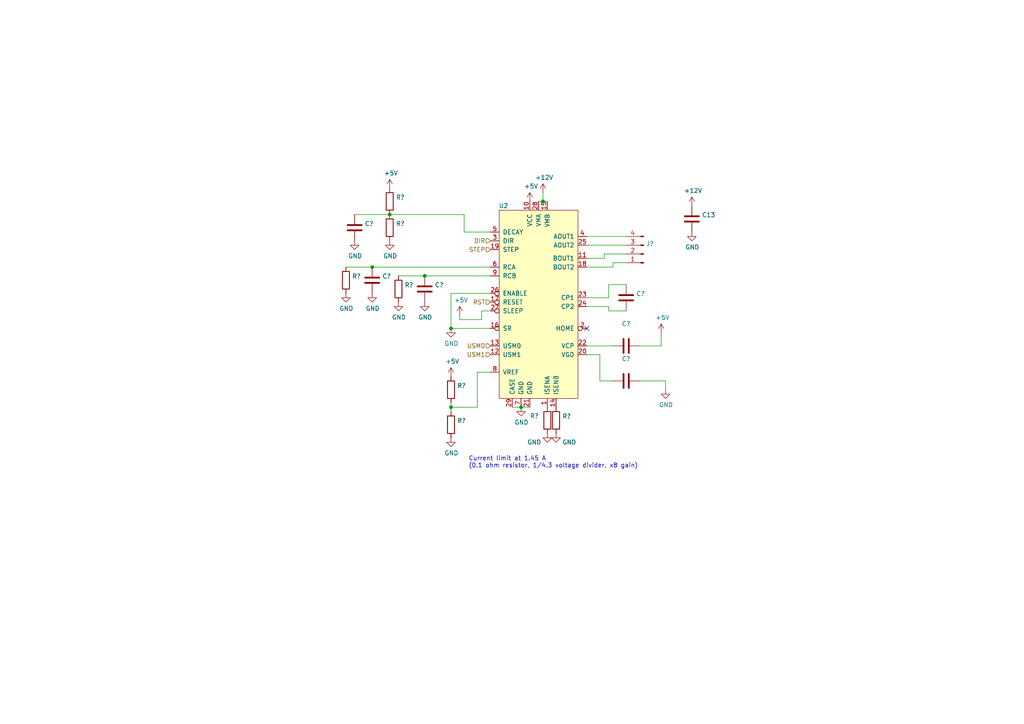
<source format=kicad_sch>
(kicad_sch (version 20211123) (generator eeschema)
  (paper "A4")
  (lib_symbols
    (symbol "Connector:Conn_01x04_Male" (pin_names (offset 1.016) hide)
      (property "Reference" "J" (at 0 5.08 0))
      (property "Value" "Conn_01x04_Male" (at 0 -7.62 0))
      (symbol "Conn_01x04_Male_1_1"
        (polyline (pts (xy 1.27 -5.08) (xy 0.8636 -5.08)) (stroke (width 0.1524)))
        (polyline (pts (xy 1.27 -2.54) (xy 0.8636 -2.54)) (stroke (width 0.1524)))
        (polyline (pts (xy 1.27 0) (xy 0.8636 0)) (stroke (width 0.1524)))
        (polyline (pts (xy 1.27 2.54) (xy 0.8636 2.54)) (stroke (width 0.1524)))
        (rectangle (start 0.8636 -4.953) (end 0 -5.207) (stroke (width 0.1524)) (fill (type outline)))
        (rectangle (start 0.8636 -2.413) (end 0 -2.667) (stroke (width 0.1524)) (fill (type outline)))
        (rectangle (start 0.8636 0.127) (end 0 -0.127) (stroke (width 0.1524)) (fill (type outline)))
        (rectangle (start 0.8636 2.667) (end 0 2.413) (stroke (width 0.1524)) (fill (type outline)))
        (pin passive line (at 5.08 2.54 180) (length 3.81) (name "Pin_1") (number "1"))
        (pin passive line (at 5.08 0 180) (length 3.81) (name "Pin_2") (number "2"))
        (pin passive line (at 5.08 -2.54 180) (length 3.81) (name "Pin_3") (number "3"))
        (pin passive line (at 5.08 -5.08 180) (length 3.81) (name "Pin_4") (number "4"))
      )
    )
    (symbol "Device:C" (pin_numbers hide) (pin_names (offset 0.254))
      (property "Reference" "C" (at 0.635 2.54 0))
      (property "Value" "C" (at 0.635 -2.54 0))
      (symbol "C_0_1"
        (polyline (pts (xy -2.032 -0.762) (xy 2.032 -0.762)) (stroke (width 0.508)))
        (polyline (pts (xy -2.032 0.762) (xy 2.032 0.762)) (stroke (width 0.508)))
      )
      (symbol "C_1_1"
        (pin passive line (at 0 3.81 270) (length 2.794) (name "~") (number "1"))
        (pin passive line (at 0 -3.81 90) (length 2.794) (name "~") (number "2"))
      )
    )
    (symbol "Device:R" (pin_numbers hide) (pin_names (offset 0))
      (property "Reference" "R" (at 2.032 0 90))
      (property "Value" "R" (at 0 0 90))
      (symbol "R_0_1"
        (rectangle (start -1.016 -2.54) (end 1.016 2.54) (stroke (width 0.254)))
      )
      (symbol "R_1_1"
        (pin passive line (at 0 3.81 270) (length 1.27) (name "~") (number "1"))
        (pin passive line (at 0 -3.81 90) (length 1.27) (name "~") (number "2"))
      )
    )
    (symbol "custom:DRV8811" (pin_names (offset 1.016))
      (property "Reference" "U" (at 0 0 0))
      (property "Value" "DRV8811" (at 0 -11.43 0))
      (symbol "DRV8811_0_1"
        (rectangle (start -11.43 -34.29) (end 11.43 20.32) (fill (type background)))
      )
      (symbol "DRV8811_1_1"
        (pin passive line (at 2.54 -36.83 90) (length 2.54) (name "ISENA") (number "1"))
        (pin power_in line (at -2.54 22.86 270) (length 2.54) (name "VCC") (number "10"))
        (pin output line (at 13.97 6.35 180) (length 2.54) (name "BOUT1") (number "11"))
        (pin input line (at -13.97 -21.59 0) (length 2.54) (name "USM1") (number "12"))
        (pin input line (at -13.97 -19.05 0) (length 2.54) (name "USM0") (number "13"))
        (pin passive line (at 5.08 -36.83 90) (length 2.54) (name "ISENB") (number "14"))
        (pin power_in line (at 2.54 22.86 270) (length 2.54) (name "VMB") (number "15"))
        (pin input inverted (at -13.97 -13.97 0) (length 2.54) (name "SR") (number "16"))
        (pin input inverted (at -13.97 -6.35 0) (length 2.54) (name "RESET") (number "17"))
        (pin output line (at 13.97 3.81 180) (length 2.54) (name "BOUT2") (number "18"))
        (pin input line (at -13.97 8.89 0) (length 2.54) (name "STEP") (number "19"))
        (pin output inverted (at 13.97 -13.97 180) (length 2.54) (name "HOME") (number "2"))
        (pin input line (at 13.97 -21.59 180) (length 2.54) (name "VGD") (number "20"))
        (pin power_in line (at -2.54 -36.83 90) (length 2.54) (name "GND") (number "21"))
        (pin input line (at 13.97 -19.05 180) (length 2.54) (name "VCP") (number "22"))
        (pin passive line (at 13.97 -5.08 180) (length 2.54) (name "CP1") (number "23"))
        (pin passive line (at 13.97 -7.62 180) (length 2.54) (name "CP2") (number "24"))
        (pin output line (at 13.97 10.16 180) (length 2.54) (name "AOUT2") (number "25"))
        (pin input inverted (at -13.97 -3.81 0) (length 2.54) (name "ENABLE") (number "26"))
        (pin input inverted (at -13.97 -8.89 0) (length 2.54) (name "SLEEP") (number "27"))
        (pin power_in line (at 0 22.86 270) (length 2.54) (name "VMA") (number "28"))
        (pin power_in line (at -7.62 -36.83 90) (length 2.54) (name "CASE") (number "29"))
        (pin input line (at -13.97 11.43 0) (length 2.54) (name "DIR") (number "3"))
        (pin output line (at 13.97 12.7 180) (length 2.54) (name "AOUT1") (number "4"))
        (pin input line (at -13.97 13.97 0) (length 2.54) (name "DECAY") (number "5"))
        (pin input line (at -13.97 3.81 0) (length 2.54) (name "RCA") (number "6"))
        (pin power_in line (at -5.08 -36.83 90) (length 2.54) (name "GND") (number "7"))
        (pin input line (at -13.97 -26.67 0) (length 2.54) (name "VREF") (number "8"))
        (pin input line (at -13.97 1.27 0) (length 2.54) (name "RCB") (number "9"))
      )
    )
    (symbol "power:+12V" (power) (pin_names (offset 0))
      (property "Value" "+12V" (at 0 3.556 0))
      (symbol "+12V_0_1"
        (polyline (pts (xy -0.762 1.27) (xy 0 2.54)))
        (polyline (pts (xy 0 0) (xy 0 2.54)))
        (polyline (pts (xy 0 2.54) (xy 0.762 1.27)))
      )
      (symbol "+12V_1_1"
        (pin power_in line (at 0 0 90) (length 0) hide (name "+12V") (number "1"))
      )
    )
    (symbol "power:+5V" (power) (pin_names (offset 0))
      (property "Value" "+5V" (at 0 3.556 0))
      (symbol "+5V_0_1"
        (polyline (pts (xy -0.762 1.27) (xy 0 2.54)))
        (polyline (pts (xy 0 0) (xy 0 2.54)))
        (polyline (pts (xy 0 2.54) (xy 0.762 1.27)))
      )
      (symbol "+5V_1_1"
        (pin power_in line (at 0 0 90) (length 0) hide (name "+5V") (number "1"))
      )
    )
    (symbol "power:GND" (power) (pin_names (offset 0))
      (property "Value" "GND" (at 0 -3.81 0))
      (symbol "GND_0_1"
        (polyline (pts (xy 0 0) (xy 0 -1.27) (xy 1.27 -1.27) (xy 0 -2.54) (xy -1.27 -1.27) (xy 0 -1.27)))
      )
      (symbol "GND_1_1"
        (pin power_in line (at 0 0 270) (length 0) hide (name "GND") (number "1"))
      )
    )
  )
  (junction (at 107.95 77.47))
  (junction (at 130.81 118.11))
  (junction (at 123.19 80.01))
  (junction (at 130.81 95.25))
  (junction (at 113.03 62.23))
  (junction (at 157.48 58.42))
  (junction (at 151.13 118.11))
  (no_connect (at 170.18 95.25))
  (wire (pts (xy 176.53 82.55) (xy 176.53 86.36)))
  (wire (pts (xy 170.18 74.93) (xy 175.26 74.93)))
  (wire (pts (xy 130.81 85.09) (xy 130.81 95.25)))
  (wire (pts (xy 113.03 62.23) (xy 134.62 62.23)))
  (wire (pts (xy 133.35 92.71) (xy 139.7 92.71)))
  (wire (pts (xy 170.18 88.9) (xy 176.53 88.9)))
  (wire (pts (xy 177.8 110.49) (xy 173.99 110.49)))
  (wire (pts (xy 115.57 80.01) (xy 123.19 80.01)))
  (wire (pts (xy 113.03 62.23) (xy 102.87 62.23)))
  (wire (pts (xy 173.99 102.87) (xy 170.18 102.87)))
  (wire (pts (xy 130.81 95.25) (xy 142.24 95.25)))
  (wire (pts (xy 170.18 68.58) (xy 181.61 68.58)))
  (wire (pts (xy 170.18 77.47) (xy 177.8 77.47)))
  (wire (pts (xy 107.95 77.47) (xy 142.24 77.47)))
  (wire (pts (xy 133.35 91.44) (xy 133.35 92.71)))
  (wire (pts (xy 100.33 77.47) (xy 107.95 77.47)))
  (wire (pts (xy 177.8 77.47) (xy 177.8 76.2)))
  (wire (pts (xy 139.7 92.71) (xy 139.7 90.17)))
  (wire (pts (xy 142.24 80.01) (xy 123.19 80.01)))
  (wire (pts (xy 175.26 73.66) (xy 181.61 73.66)))
  (wire (pts (xy 130.81 85.09) (xy 142.24 85.09)))
  (wire (pts (xy 130.81 118.11) (xy 130.81 116.84)))
  (wire (pts (xy 156.21 58.42) (xy 157.48 58.42)))
  (wire (pts (xy 170.18 71.12) (xy 181.61 71.12)))
  (wire (pts (xy 176.53 86.36) (xy 170.18 86.36)))
  (wire (pts (xy 134.62 62.23) (xy 134.62 67.31)))
  (wire (pts (xy 177.8 100.33) (xy 170.18 100.33)))
  (wire (pts (xy 177.8 76.2) (xy 181.61 76.2)))
  (wire (pts (xy 193.04 110.49) (xy 185.42 110.49)))
  (wire (pts (xy 138.43 107.95) (xy 142.24 107.95)))
  (wire (pts (xy 176.53 88.9) (xy 176.53 90.17)))
  (wire (pts (xy 148.59 118.11) (xy 151.13 118.11)))
  (wire (pts (xy 157.48 58.42) (xy 158.75 58.42)))
  (wire (pts (xy 130.81 118.11) (xy 138.43 118.11)))
  (wire (pts (xy 134.62 67.31) (xy 142.24 67.31)))
  (wire (pts (xy 138.43 118.11) (xy 138.43 107.95)))
  (wire (pts (xy 191.77 96.52) (xy 191.77 100.33)))
  (wire (pts (xy 173.99 110.49) (xy 173.99 102.87)))
  (wire (pts (xy 130.81 119.38) (xy 130.81 118.11)))
  (wire (pts (xy 139.7 90.17) (xy 142.24 90.17)))
  (wire (pts (xy 191.77 100.33) (xy 185.42 100.33)))
  (wire (pts (xy 157.48 55.88) (xy 157.48 58.42)))
  (wire (pts (xy 193.04 113.03) (xy 193.04 110.49)))
  (wire (pts (xy 176.53 90.17) (xy 181.61 90.17)))
  (wire (pts (xy 175.26 74.93) (xy 175.26 73.66)))
  (wire (pts (xy 181.61 82.55) (xy 176.53 82.55)))
  (wire (pts (xy 153.67 118.11) (xy 151.13 118.11)))
  (text "Current limit at 1.45 A\n(0.1 ohm resistor, 1/4.3 voltage divider, x8 gain)" (at 135.89 135.89 0) (effects (font (size 1.27 1.27)) (justify left bottom)))
  (hierarchical_label "DIR" (shape input) (at 142.24 69.85 180))
  (hierarchical_label "USM1" (shape input) (at 142.24 102.87 180))
  (hierarchical_label "STEP" (shape input) (at 142.24 72.39 180))
  (hierarchical_label "USM0" (shape input) (at 142.24 100.33 180))
  (hierarchical_label "RST" (shape input) (at 142.24 87.63 180))
  (symbol (lib_id "power:+12V") (at 157.48 55.88 0) (unit 1)
    (property "Reference" "#PWR?" (effects hide))
  )
  (symbol (lib_id "power:GND") (at 151.13 118.11 0) (unit 1)
    (property "Reference" "#PWR?" (effects hide))
  )
  (symbol (lib_id "Connector:Conn_01x04_Male") (at 186.69 73.66 180) (unit 1)
    (property "Reference" "J?" (at 187.4012 70.6628 0) (effects (justify right)))
  )
  (symbol (lib_id "Device:C") (at 181.61 86.36 0) (unit 1)
    (property "Reference" "C?" (at 184.531 85.1916 0) (effects (justify left)))
  )
  (symbol (lib_id "Device:C") (at 181.61 100.33 270) (unit 1)
    (property "Reference" "C?" (at 181.61 93.9292 90))
  )
  (symbol (lib_id "power:+5V") (at 153.67 58.42 0) (unit 1)
    (property "Reference" "#PWR?" (effects hide))
  )
  (symbol (lib_id "power:+5V") (at 191.77 96.52 0) (unit 1)
    (property "Reference" "#PWR?" (effects hide))
  )
  (symbol (lib_id "Device:C") (at 181.61 110.49 270) (unit 1)
    (property "Reference" "C?" (at 181.61 104.0892 90))
  )
  (symbol (lib_id "power:GND") (at 193.04 113.03 0) (unit 1)
    (property "Reference" "#PWR?" (effects hide))
  )
  (symbol (lib_id "Device:R") (at 161.29 121.92 0) (unit 1)
    (property "Reference" "R?" (at 163.068 120.7516 0) (effects (justify left)))
  )
  (symbol (lib_id "Device:R") (at 158.75 121.92 0) (unit 1)
    (property "Reference" "R?" (at 153.67 120.65 0) (effects (justify left)))
  )
  (symbol (lib_id "power:GND") (at 158.75 125.73 0) (unit 1)
    (property "Reference" "#PWR?" (effects hide))
  )
  (symbol (lib_id "power:GND") (at 161.29 125.73 0) (unit 1)
    (property "Reference" "#PWR?" (effects hide))
  )
  (symbol (lib_id "Device:R") (at 130.81 113.03 0) (unit 1)
    (property "Reference" "R?" (at 132.588 111.8616 0) (effects (justify left)))
  )
  (symbol (lib_id "Device:R") (at 130.81 123.19 0) (unit 1)
    (property "Reference" "R?" (at 132.588 122.0216 0) (effects (justify left)))
  )
  (symbol (lib_id "power:GND") (at 130.81 127 0) (unit 1)
    (property "Reference" "#PWR?" (effects hide))
  )
  (symbol (lib_id "power:+5V") (at 130.81 109.22 0) (unit 1)
    (property "Reference" "#PWR?" (effects hide))
  )
  (symbol (lib_id "power:+5V") (at 133.35 91.44 0) (unit 1)
    (property "Reference" "#PWR?" (effects hide))
  )
  (symbol (lib_id "power:GND") (at 130.81 95.25 0) (unit 1)
    (property "Reference" "#PWR?" (effects hide))
  )
  (symbol (lib_id "Device:C") (at 123.19 83.82 0) (unit 1)
    (property "Reference" "C?" (at 126.111 82.6516 0) (effects (justify left)))
  )
  (symbol (lib_id "Device:R") (at 115.57 83.82 0) (unit 1)
    (property "Reference" "R?" (at 117.348 82.6516 0) (effects (justify left)))
  )
  (symbol (lib_id "power:GND") (at 123.19 87.63 0) (unit 1)
    (property "Reference" "#PWR?" (effects hide))
  )
  (symbol (lib_id "power:GND") (at 115.57 87.63 0) (unit 1)
    (property "Reference" "#PWR?" (effects hide))
  )
  (symbol (lib_id "Device:C") (at 107.95 81.28 0) (unit 1)
    (property "Reference" "C?" (at 110.871 80.1116 0) (effects (justify left)))
  )
  (symbol (lib_id "Device:R") (at 100.33 81.28 0) (unit 1)
    (property "Reference" "R?" (at 102.108 80.1116 0) (effects (justify left)))
  )
  (symbol (lib_id "power:GND") (at 107.95 85.09 0) (unit 1)
    (property "Reference" "#PWR?" (effects hide))
  )
  (symbol (lib_id "power:GND") (at 100.33 85.09 0) (unit 1)
    (property "Reference" "#PWR?" (effects hide))
  )
  (symbol (lib_id "Device:R") (at 113.03 58.42 0) (unit 1)
    (property "Reference" "R?" (at 114.808 57.2516 0) (effects (justify left)))
  )
  (symbol (lib_id "Device:R") (at 113.03 66.04 0) (unit 1)
    (property "Reference" "R?" (at 114.808 64.8716 0) (effects (justify left)))
  )
  (symbol (lib_id "power:GND") (at 113.03 69.85 0) (unit 1)
    (property "Reference" "#PWR?" (effects hide))
  )
  (symbol (lib_id "power:+5V") (at 113.03 54.61 0) (unit 1)
    (property "Reference" "#PWR?" (effects hide))
  )
  (symbol (lib_id "Device:C") (at 102.87 66.04 0) (unit 1)
    (property "Reference" "C?" (at 105.791 64.8716 0) (effects (justify left)))
  )
  (symbol (lib_id "power:GND") (at 102.87 69.85 0) (unit 1)
    (property "Reference" "#PWR?" (effects hide))
  )
  (symbol (lib_id "custom:DRV8811") (at 156.21 81.28 0) (unit 1)
    (property "Reference" "U2" (at 146.05 59.69 0))
  )
  (symbol (lib_id "Device:C") (at 200.66 63.5 0) (unit 1)
    (property "Reference" "C13" (at 203.581 62.3316 0) (effects (justify left)))
  )
  (symbol (lib_id "power:GND") (at 200.66 67.31 0) (unit 1)
    (property "Reference" "#PWR044" (effects hide))
  )
  (symbol (lib_id "power:+12V") (at 200.66 59.69 0) (unit 1)
    (property "Reference" "#PWR043" (effects hide))
  )
)
</source>
